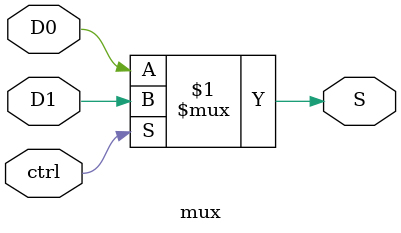
<source format=v>

module mux (
  input ctrl,
  input D0,
  input D1,
  output S
);

  assign S = ctrl ? D1 : D0;

endmodule
</source>
